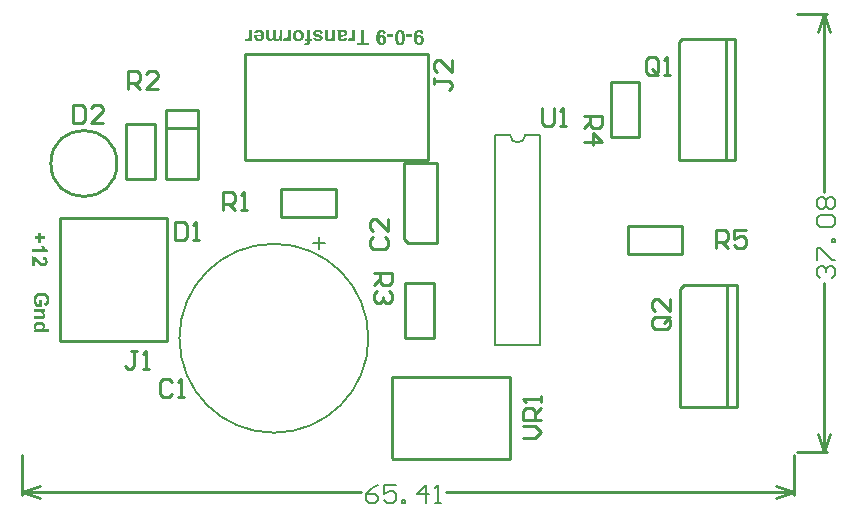
<source format=gto>
G04*
G04 #@! TF.GenerationSoftware,Altium Limited,Altium Designer,20.0.2 (26)*
G04*
G04 Layer_Color=65535*
%FSLAX44Y44*%
%MOMM*%
G71*
G01*
G75*
%ADD10C,0.2000*%
%ADD11C,0.2540*%
%ADD12C,0.1524*%
G36*
X526826Y611085D02*
X526943D01*
X527099Y611065D01*
X527411Y611007D01*
X527782Y610909D01*
X528153Y610792D01*
X528523Y610597D01*
X528855Y610343D01*
X528894Y610304D01*
X528991Y610207D01*
X529108Y610031D01*
X529264Y609797D01*
X529421Y609505D01*
X529538Y609173D01*
X529635Y608783D01*
X529674Y608354D01*
Y608315D01*
Y608217D01*
X529655Y608080D01*
X529635Y607885D01*
X529577Y607671D01*
X529518Y607437D01*
X529421Y607203D01*
X529304Y606969D01*
X529284Y606949D01*
X529226Y606871D01*
X529147Y606754D01*
X529030Y606617D01*
X528894Y606461D01*
X528718Y606305D01*
X528504Y606149D01*
X528270Y606013D01*
X528231Y605993D01*
X528133Y605954D01*
X527977Y605896D01*
X527762Y605818D01*
X527489Y605720D01*
X527158Y605623D01*
X526768Y605525D01*
X526319Y605428D01*
X526299D01*
X526241Y605408D01*
X526163Y605388D01*
X526046Y605369D01*
X525890Y605350D01*
X525734Y605310D01*
X525363Y605232D01*
X524973Y605135D01*
X524583Y605037D01*
X524212Y604940D01*
X524056Y604881D01*
X523919Y604823D01*
Y604589D01*
Y604550D01*
Y604472D01*
X523939Y604355D01*
X523959Y604198D01*
X523997Y604023D01*
X524076Y603867D01*
X524154Y603711D01*
X524271Y603574D01*
X524290Y603555D01*
X524349Y603516D01*
X524427Y603477D01*
X524563Y603418D01*
X524739Y603360D01*
X524973Y603301D01*
X525266Y603282D01*
X525597Y603262D01*
X525714D01*
X525831Y603282D01*
X525968Y603301D01*
X526319Y603379D01*
X526475Y603438D01*
X526631Y603535D01*
X526651Y603555D01*
X526689Y603594D01*
X526768Y603652D01*
X526846Y603750D01*
X526943Y603867D01*
X527041Y604023D01*
X527138Y604218D01*
X527216Y604433D01*
X529421Y604023D01*
Y604003D01*
X529401Y603965D01*
X529381Y603886D01*
X529342Y603808D01*
X529245Y603574D01*
X529128Y603282D01*
X528952Y602950D01*
X528718Y602638D01*
X528445Y602326D01*
X528133Y602053D01*
X528114D01*
X528094Y602033D01*
X528036Y601994D01*
X527957Y601955D01*
X527860Y601897D01*
X527743Y601838D01*
X527606Y601780D01*
X527450Y601721D01*
X527275Y601663D01*
X527060Y601604D01*
X526846Y601546D01*
X526592Y601487D01*
X526338Y601448D01*
X526046Y601409D01*
X525753Y601390D01*
X525149D01*
X525012Y601409D01*
X524856D01*
X524485Y601428D01*
X524095Y601487D01*
X523685Y601546D01*
X523295Y601643D01*
X523120Y601702D01*
X522964Y601780D01*
X522925Y601799D01*
X522827Y601858D01*
X522691Y601936D01*
X522515Y602053D01*
X522339Y602189D01*
X522144Y602365D01*
X521969Y602560D01*
X521832Y602775D01*
X521813Y602794D01*
X521774Y602892D01*
X521735Y603048D01*
X521657Y603282D01*
X521637Y603418D01*
X521598Y603574D01*
X521579Y603750D01*
X521559Y603965D01*
X521540Y604179D01*
X521520Y604433D01*
X521501Y604686D01*
Y604979D01*
X521540Y607827D01*
Y607846D01*
Y607885D01*
Y607944D01*
Y608022D01*
Y608237D01*
X521520Y608510D01*
Y608802D01*
X521481Y609114D01*
X521462Y609388D01*
X521423Y609641D01*
Y609661D01*
X521403Y609739D01*
X521364Y609856D01*
X521325Y610012D01*
X521267Y610187D01*
X521189Y610402D01*
X521091Y610616D01*
X520974Y610870D01*
X523393D01*
Y610850D01*
X523412Y610831D01*
X523432Y610773D01*
X523451Y610694D01*
X523490Y610597D01*
X523549Y610480D01*
X523588Y610324D01*
X523646Y610168D01*
Y610148D01*
Y610129D01*
X523685Y610051D01*
X523705Y609953D01*
X523724Y609875D01*
X523744Y609895D01*
X523842Y609973D01*
X523959Y610090D01*
X524134Y610226D01*
X524329Y610382D01*
X524563Y610538D01*
X524797Y610675D01*
X525070Y610812D01*
X525109Y610831D01*
X525187Y610850D01*
X525344Y610909D01*
X525539Y610948D01*
X525753Y611007D01*
X526007Y611065D01*
X526299Y611085D01*
X526592Y611104D01*
X526729D01*
X526826Y611085D01*
D02*
G37*
G36*
X504900D02*
X505056D01*
X505251Y611065D01*
X505446Y611046D01*
X505680Y611007D01*
X506148Y610909D01*
X506656Y610792D01*
X507143Y610597D01*
X507592Y610343D01*
X507612D01*
X507631Y610304D01*
X507690Y610265D01*
X507767Y610207D01*
X507963Y610031D01*
X508177Y609797D01*
X508411Y609505D01*
X508645Y609134D01*
X508860Y608724D01*
X509016Y608256D01*
X506558Y607885D01*
Y607924D01*
X506519Y608002D01*
X506480Y608139D01*
X506422Y608295D01*
X506343Y608471D01*
X506227Y608646D01*
X506090Y608822D01*
X505934Y608978D01*
X505914Y608997D01*
X505836Y609036D01*
X505739Y609095D01*
X505583Y609153D01*
X505388Y609212D01*
X505154Y609270D01*
X504900Y609309D01*
X504588Y609329D01*
X504432D01*
X504256Y609309D01*
X504061Y609290D01*
X503827Y609251D01*
X503593Y609192D01*
X503359Y609114D01*
X503164Y608997D01*
X503144Y608978D01*
X503105Y608958D01*
X503066Y608900D01*
X502988Y608822D01*
X502891Y608607D01*
X502852Y608471D01*
X502832Y608334D01*
Y608315D01*
Y608275D01*
X502852Y608158D01*
X502910Y608022D01*
X503008Y607866D01*
X503047Y607827D01*
X503105Y607807D01*
X503183Y607749D01*
X503300Y607710D01*
X503437Y607651D01*
X503632Y607593D01*
X503847Y607534D01*
X503886D01*
X503983Y607495D01*
X504120Y607476D01*
X504315Y607417D01*
X504549Y607359D01*
X504822Y607300D01*
X505115Y607222D01*
X505427Y607144D01*
X506070Y606969D01*
X506382Y606871D01*
X506695Y606754D01*
X506968Y606656D01*
X507221Y606559D01*
X507436Y606442D01*
X507612Y606344D01*
X507631D01*
X507650Y606305D01*
X507787Y606208D01*
X507963Y606032D01*
X508158Y605798D01*
X508353Y605505D01*
X508528Y605135D01*
X508665Y604725D01*
X508684Y604491D01*
X508704Y604257D01*
Y604238D01*
Y604198D01*
Y604140D01*
X508684Y604062D01*
X508645Y603828D01*
X508587Y603555D01*
X508470Y603223D01*
X508314Y602892D01*
X508080Y602540D01*
X507924Y602384D01*
X507767Y602228D01*
X507748Y602209D01*
X507729Y602189D01*
X507670Y602150D01*
X507592Y602092D01*
X507475Y602033D01*
X507358Y601955D01*
X507202Y601877D01*
X507046Y601799D01*
X506851Y601721D01*
X506617Y601663D01*
X506382Y601585D01*
X506109Y601526D01*
X505817Y601468D01*
X505505Y601428D01*
X505173Y601390D01*
X504490D01*
X504334Y601409D01*
X504139Y601428D01*
X503730Y601468D01*
X503281Y601546D01*
X502793Y601643D01*
X502364Y601799D01*
X502150Y601897D01*
X501974Y602014D01*
X501954D01*
X501935Y602033D01*
X501818Y602131D01*
X501662Y602267D01*
X501467Y602482D01*
X501252Y602735D01*
X501038Y603048D01*
X500843Y603399D01*
X500686Y603828D01*
X503008Y604257D01*
Y604238D01*
X503047Y604179D01*
X503086Y604081D01*
X503144Y603965D01*
X503222Y603828D01*
X503320Y603691D01*
X503437Y603555D01*
X503593Y603438D01*
X503613Y603418D01*
X503671Y603399D01*
X503769Y603340D01*
X503886Y603282D01*
X504061Y603243D01*
X504256Y603184D01*
X504490Y603165D01*
X504763Y603145D01*
X504920D01*
X505095Y603165D01*
X505310Y603184D01*
X505758Y603262D01*
X505973Y603321D01*
X506148Y603418D01*
X506168D01*
X506188Y603457D01*
X506285Y603555D01*
X506382Y603711D01*
X506402Y603808D01*
X506422Y603925D01*
Y603945D01*
Y603965D01*
X506382Y604081D01*
X506324Y604238D01*
X506265Y604296D01*
X506188Y604374D01*
X506168Y604394D01*
X506109Y604413D01*
X505973Y604472D01*
X505895Y604511D01*
X505778Y604550D01*
X505641Y604608D01*
X505485Y604647D01*
X505290Y604706D01*
X505075Y604784D01*
X504841Y604842D01*
X504568Y604920D01*
X504256Y604998D01*
X503905Y605076D01*
X503886D01*
X503827Y605096D01*
X503710Y605115D01*
X503593Y605154D01*
X503417Y605193D01*
X503242Y605252D01*
X502813Y605369D01*
X502364Y605525D01*
X501915Y605720D01*
X501506Y605935D01*
X501311Y606052D01*
X501155Y606169D01*
X501116Y606208D01*
X501038Y606286D01*
X500901Y606442D01*
X500765Y606637D01*
X500628Y606890D01*
X500491Y607222D01*
X500413Y607573D01*
X500374Y608002D01*
Y608022D01*
Y608061D01*
Y608120D01*
X500394Y608217D01*
X500413Y608315D01*
X500433Y608451D01*
X500511Y608744D01*
X500628Y609095D01*
X500823Y609465D01*
X500940Y609641D01*
X501096Y609836D01*
X501252Y610012D01*
X501447Y610187D01*
X501467D01*
X501486Y610226D01*
X501564Y610265D01*
X501642Y610324D01*
X501759Y610402D01*
X501896Y610480D01*
X502052Y610558D01*
X502228Y610636D01*
X502442Y610733D01*
X502676Y610812D01*
X502930Y610890D01*
X503222Y610967D01*
X503515Y611026D01*
X503847Y611065D01*
X504217Y611085D01*
X504588Y611104D01*
X504763D01*
X504900Y611085D01*
D02*
G37*
G36*
X590751D02*
X590868D01*
X591024Y611065D01*
X591356Y611007D01*
X591746Y610909D01*
X592156Y610773D01*
X592565Y610577D01*
X592936Y610304D01*
Y610285D01*
X592975Y610265D01*
X593092Y610148D01*
X593248Y609973D01*
X593424Y609700D01*
X593619Y609368D01*
X593814Y608958D01*
X593989Y608471D01*
X594106Y607924D01*
X591726Y607651D01*
Y607690D01*
X591707Y607768D01*
X591688Y607905D01*
X591648Y608061D01*
X591590Y608237D01*
X591512Y608432D01*
X591414Y608588D01*
X591297Y608744D01*
X591278Y608763D01*
X591239Y608802D01*
X591141Y608841D01*
X591044Y608900D01*
X590888Y608978D01*
X590732Y609017D01*
X590537Y609056D01*
X590322Y609075D01*
X590283D01*
X590186Y609056D01*
X590049Y609036D01*
X589873Y608997D01*
X589678Y608900D01*
X589464Y608783D01*
X589249Y608627D01*
X589035Y608393D01*
X589015Y608354D01*
X588976Y608315D01*
X588956Y608256D01*
X588898Y608158D01*
X588859Y608061D01*
X588800Y607924D01*
X588742Y607768D01*
X588703Y607573D01*
X588644Y607378D01*
X588586Y607144D01*
X588527Y606871D01*
X588469Y606578D01*
X588430Y606247D01*
X588391Y605876D01*
X588352Y605486D01*
X588371Y605505D01*
X588391Y605525D01*
X588449Y605583D01*
X588527Y605662D01*
X588722Y605818D01*
X588996Y606013D01*
X589327Y606227D01*
X589717Y606383D01*
X590166Y606520D01*
X590420Y606539D01*
X590673Y606559D01*
X590810D01*
X590927Y606539D01*
X591063Y606520D01*
X591200Y606500D01*
X591551Y606422D01*
X591961Y606286D01*
X592175Y606188D01*
X592409Y606071D01*
X592624Y605935D01*
X592838Y605779D01*
X593053Y605603D01*
X593268Y605408D01*
X593287Y605388D01*
X593307Y605350D01*
X593365Y605291D01*
X593443Y605193D01*
X593521Y605076D01*
X593619Y604940D01*
X593716Y604784D01*
X593814Y604589D01*
X593911Y604374D01*
X594009Y604160D01*
X594106Y603906D01*
X594184Y603633D01*
X594321Y603028D01*
X594341Y602716D01*
X594360Y602365D01*
Y602345D01*
Y602287D01*
Y602170D01*
X594341Y602033D01*
X594321Y601877D01*
X594301Y601682D01*
X594263Y601468D01*
X594223Y601233D01*
X594087Y600746D01*
X593989Y600473D01*
X593872Y600219D01*
X593736Y599946D01*
X593580Y599692D01*
X593404Y599458D01*
X593209Y599224D01*
X593190Y599205D01*
X593151Y599166D01*
X593092Y599107D01*
X592994Y599029D01*
X592878Y598951D01*
X592741Y598834D01*
X592585Y598736D01*
X592409Y598619D01*
X592214Y598502D01*
X591980Y598405D01*
X591746Y598288D01*
X591473Y598210D01*
X591200Y598132D01*
X590907Y598073D01*
X590595Y598034D01*
X590263Y598015D01*
X590068D01*
X589932Y598034D01*
X589776Y598054D01*
X589581Y598093D01*
X589366Y598151D01*
X589132Y598210D01*
X588879Y598288D01*
X588625Y598385D01*
X588352Y598502D01*
X588098Y598658D01*
X587825Y598834D01*
X587552Y599029D01*
X587298Y599263D01*
X587064Y599536D01*
X587045Y599556D01*
X587006Y599614D01*
X586947Y599692D01*
X586869Y599829D01*
X586772Y599985D01*
X586674Y600200D01*
X586557Y600434D01*
X586440Y600726D01*
X586323Y601038D01*
X586206Y601409D01*
X586109Y601819D01*
X586011Y602267D01*
X585933Y602755D01*
X585874Y603282D01*
X585835Y603867D01*
X585816Y604491D01*
Y604530D01*
Y604647D01*
Y604823D01*
X585835Y605057D01*
X585855Y605350D01*
X585894Y605681D01*
X585933Y606052D01*
X585972Y606442D01*
X586128Y607281D01*
X586245Y607690D01*
X586362Y608120D01*
X586518Y608510D01*
X586694Y608900D01*
X586889Y609251D01*
X587123Y609563D01*
X587142Y609582D01*
X587181Y609622D01*
X587259Y609700D01*
X587357Y609797D01*
X587494Y609914D01*
X587649Y610051D01*
X587825Y610187D01*
X588040Y610324D01*
X588274Y610480D01*
X588527Y610616D01*
X588800Y610753D01*
X589093Y610870D01*
X589425Y610967D01*
X589756Y611046D01*
X590127Y611085D01*
X590498Y611104D01*
X590634D01*
X590751Y611085D01*
D02*
G37*
G36*
X558954D02*
X559072D01*
X559227Y611065D01*
X559559Y611007D01*
X559949Y610909D01*
X560359Y610773D01*
X560769Y610577D01*
X561139Y610304D01*
Y610285D01*
X561178Y610265D01*
X561295Y610148D01*
X561451Y609973D01*
X561627Y609700D01*
X561822Y609368D01*
X562017Y608958D01*
X562193Y608471D01*
X562310Y607924D01*
X559930Y607651D01*
Y607690D01*
X559910Y607768D01*
X559891Y607905D01*
X559852Y608061D01*
X559793Y608237D01*
X559715Y608432D01*
X559618Y608588D01*
X559501Y608744D01*
X559481Y608763D01*
X559442Y608802D01*
X559345Y608841D01*
X559247Y608900D01*
X559091Y608978D01*
X558935Y609017D01*
X558740Y609056D01*
X558525Y609075D01*
X558486D01*
X558389Y609056D01*
X558252Y609036D01*
X558077Y608997D01*
X557882Y608900D01*
X557667Y608783D01*
X557452Y608627D01*
X557238Y608393D01*
X557218Y608354D01*
X557179Y608315D01*
X557160Y608256D01*
X557101Y608158D01*
X557062Y608061D01*
X557004Y607924D01*
X556945Y607768D01*
X556906Y607573D01*
X556848Y607378D01*
X556789Y607144D01*
X556731Y606871D01*
X556672Y606578D01*
X556633Y606247D01*
X556594Y605876D01*
X556555Y605486D01*
X556575Y605505D01*
X556594Y605525D01*
X556653Y605583D01*
X556731Y605662D01*
X556926Y605818D01*
X557199Y606013D01*
X557530Y606227D01*
X557921Y606383D01*
X558369Y606520D01*
X558623Y606539D01*
X558876Y606559D01*
X559013D01*
X559130Y606539D01*
X559267Y606520D01*
X559403Y606500D01*
X559754Y606422D01*
X560164Y606286D01*
X560378Y606188D01*
X560612Y606071D01*
X560827Y605935D01*
X561042Y605779D01*
X561256Y605603D01*
X561471Y605408D01*
X561490Y605388D01*
X561510Y605350D01*
X561568Y605291D01*
X561646Y605193D01*
X561725Y605076D01*
X561822Y604940D01*
X561920Y604784D01*
X562017Y604589D01*
X562115Y604374D01*
X562212Y604160D01*
X562310Y603906D01*
X562388Y603633D01*
X562524Y603028D01*
X562544Y602716D01*
X562563Y602365D01*
Y602345D01*
Y602287D01*
Y602170D01*
X562544Y602033D01*
X562524Y601877D01*
X562505Y601682D01*
X562466Y601468D01*
X562427Y601233D01*
X562290Y600746D01*
X562193Y600473D01*
X562076Y600219D01*
X561939Y599946D01*
X561783Y599692D01*
X561607Y599458D01*
X561412Y599224D01*
X561393Y599205D01*
X561354Y599166D01*
X561295Y599107D01*
X561198Y599029D01*
X561081Y598951D01*
X560944Y598834D01*
X560788Y598736D01*
X560612Y598619D01*
X560418Y598502D01*
X560183Y598405D01*
X559949Y598288D01*
X559676Y598210D01*
X559403Y598132D01*
X559110Y598073D01*
X558798Y598034D01*
X558467Y598015D01*
X558272D01*
X558135Y598034D01*
X557979Y598054D01*
X557784Y598093D01*
X557569Y598151D01*
X557335Y598210D01*
X557082Y598288D01*
X556828Y598385D01*
X556555Y598502D01*
X556301Y598658D01*
X556028Y598834D01*
X555755Y599029D01*
X555502Y599263D01*
X555268Y599536D01*
X555248Y599556D01*
X555209Y599614D01*
X555150Y599692D01*
X555073Y599829D01*
X554975Y599985D01*
X554877Y600200D01*
X554760Y600434D01*
X554643Y600726D01*
X554526Y601038D01*
X554409Y601409D01*
X554312Y601819D01*
X554214Y602267D01*
X554136Y602755D01*
X554078Y603282D01*
X554039Y603867D01*
X554019Y604491D01*
Y604530D01*
Y604647D01*
Y604823D01*
X554039Y605057D01*
X554058Y605350D01*
X554097Y605681D01*
X554136Y606052D01*
X554175Y606442D01*
X554331Y607281D01*
X554448Y607690D01*
X554565Y608120D01*
X554721Y608510D01*
X554897Y608900D01*
X555092Y609251D01*
X555326Y609563D01*
X555346Y609582D01*
X555385Y609622D01*
X555463Y609700D01*
X555560Y609797D01*
X555697Y609914D01*
X555853Y610051D01*
X556028Y610187D01*
X556243Y610324D01*
X556477Y610480D01*
X556731Y610616D01*
X557004Y610753D01*
X557296Y610870D01*
X557628Y610967D01*
X557960Y611046D01*
X558330Y611085D01*
X558701Y611104D01*
X558837D01*
X558954Y611085D01*
D02*
G37*
G36*
X583982Y604998D02*
X579164D01*
Y607456D01*
X583982D01*
Y604998D01*
D02*
G37*
G36*
X568084D02*
X563265D01*
Y607456D01*
X568084D01*
Y604998D01*
D02*
G37*
G36*
X536111Y601585D02*
X533829D01*
Y602892D01*
X533810Y602872D01*
X533732Y602755D01*
X533615Y602599D01*
X533478Y602404D01*
X533322Y602189D01*
X533146Y601994D01*
X532951Y601819D01*
X532776Y601682D01*
X532756Y601663D01*
X532698Y601643D01*
X532600Y601585D01*
X532464Y601526D01*
X532308Y601487D01*
X532132Y601428D01*
X531937Y601409D01*
X531722Y601390D01*
X531586D01*
X531410Y601409D01*
X531196Y601448D01*
X530962Y601507D01*
X530669Y601585D01*
X530376Y601702D01*
X530084Y601858D01*
X530845Y604003D01*
X530864Y603984D01*
X530942Y603945D01*
X531079Y603867D01*
X531215Y603789D01*
X531410Y603730D01*
X531605Y603652D01*
X531800Y603613D01*
X532015Y603594D01*
X532093D01*
X532191Y603613D01*
X532308Y603633D01*
X532444Y603672D01*
X532600Y603711D01*
X532756Y603789D01*
X532893Y603886D01*
X532912Y603906D01*
X532951Y603945D01*
X533010Y604023D01*
X533088Y604120D01*
X533185Y604257D01*
X533283Y604452D01*
X533381Y604667D01*
X533459Y604920D01*
Y604959D01*
X533478Y604998D01*
X533498Y605076D01*
Y605154D01*
X533517Y605271D01*
X533537Y605428D01*
X533556Y605583D01*
X533576Y605779D01*
X533595Y605993D01*
X533615Y606247D01*
Y606539D01*
X533634Y606852D01*
X533654Y607203D01*
Y607593D01*
Y608022D01*
Y610870D01*
X536111D01*
Y601585D01*
D02*
G37*
G36*
X481452D02*
X479170D01*
Y602892D01*
X479151Y602872D01*
X479072Y602755D01*
X478955Y602599D01*
X478819Y602404D01*
X478663Y602189D01*
X478487Y601994D01*
X478292Y601819D01*
X478117Y601682D01*
X478097Y601663D01*
X478039Y601643D01*
X477941Y601585D01*
X477804Y601526D01*
X477648Y601487D01*
X477473Y601428D01*
X477278Y601409D01*
X477063Y601390D01*
X476927D01*
X476751Y601409D01*
X476536Y601448D01*
X476302Y601507D01*
X476010Y601585D01*
X475717Y601702D01*
X475425Y601858D01*
X476185Y604003D01*
X476205Y603984D01*
X476283Y603945D01*
X476419Y603867D01*
X476556Y603789D01*
X476751Y603730D01*
X476946Y603652D01*
X477141Y603613D01*
X477356Y603594D01*
X477434D01*
X477531Y603613D01*
X477648Y603633D01*
X477785Y603672D01*
X477941Y603711D01*
X478097Y603789D01*
X478234Y603886D01*
X478253Y603906D01*
X478292Y603945D01*
X478351Y604023D01*
X478429Y604120D01*
X478526Y604257D01*
X478624Y604452D01*
X478721Y604667D01*
X478799Y604920D01*
Y604959D01*
X478819Y604998D01*
X478838Y605076D01*
Y605154D01*
X478858Y605271D01*
X478877Y605428D01*
X478897Y605583D01*
X478916Y605779D01*
X478936Y605993D01*
X478955Y606247D01*
Y606539D01*
X478975Y606852D01*
X478994Y607203D01*
Y607593D01*
Y608022D01*
Y610870D01*
X481452D01*
Y601585D01*
D02*
G37*
G36*
X448641Y601585D02*
X446359D01*
Y602892D01*
X446339Y602872D01*
X446261Y602755D01*
X446144Y602599D01*
X446008Y602404D01*
X445852Y602189D01*
X445676Y601994D01*
X445481Y601819D01*
X445305Y601682D01*
X445286Y601663D01*
X445228Y601643D01*
X445130Y601585D01*
X444993Y601526D01*
X444837Y601487D01*
X444662Y601428D01*
X444467Y601409D01*
X444252Y601390D01*
X444115D01*
X443940Y601409D01*
X443725Y601448D01*
X443491Y601507D01*
X443199Y601585D01*
X442906Y601702D01*
X442613Y601858D01*
X443374Y604003D01*
X443394Y603984D01*
X443472Y603945D01*
X443608Y603867D01*
X443745Y603789D01*
X443940Y603730D01*
X444135Y603652D01*
X444330Y603613D01*
X444545Y603594D01*
X444623D01*
X444720Y603613D01*
X444837Y603633D01*
X444974Y603672D01*
X445130Y603711D01*
X445286Y603789D01*
X445423Y603886D01*
X445442Y603906D01*
X445481Y603945D01*
X445540Y604023D01*
X445618Y604120D01*
X445715Y604257D01*
X445813Y604452D01*
X445910Y604667D01*
X445988Y604920D01*
Y604959D01*
X446008Y604998D01*
X446027Y605076D01*
Y605154D01*
X446047Y605271D01*
X446066Y605428D01*
X446086Y605583D01*
X446105Y605779D01*
X446125Y605993D01*
X446144Y606247D01*
Y606539D01*
X446164Y606852D01*
X446183Y607203D01*
Y607593D01*
Y608022D01*
Y610870D01*
X448641D01*
Y601585D01*
D02*
G37*
G36*
X519121Y601585D02*
X516838D01*
Y602950D01*
X516819Y602931D01*
X516780Y602892D01*
X516721Y602813D01*
X516624Y602696D01*
X516507Y602579D01*
X516351Y602462D01*
X516195Y602306D01*
X516000Y602170D01*
X515785Y602033D01*
X515570Y601877D01*
X515317Y601760D01*
X515044Y601624D01*
X514751Y601526D01*
X514459Y601448D01*
X514127Y601409D01*
X513795Y601390D01*
X513659D01*
X513503Y601409D01*
X513308Y601428D01*
X513074Y601468D01*
X512820Y601507D01*
X512566Y601585D01*
X512313Y601682D01*
X512274Y601702D01*
X512196Y601741D01*
X512079Y601799D01*
X511942Y601877D01*
X511767Y601994D01*
X511610Y602131D01*
X511435Y602267D01*
X511298Y602443D01*
X511279Y602462D01*
X511240Y602521D01*
X511181Y602618D01*
X511103Y602735D01*
X511025Y602892D01*
X510947Y603067D01*
X510869Y603262D01*
X510811Y603477D01*
Y603496D01*
X510791Y603574D01*
X510772Y603711D01*
X510733Y603886D01*
X510713Y604120D01*
X510694Y604413D01*
X510674Y604745D01*
Y605115D01*
Y610870D01*
X513132D01*
Y606149D01*
Y606130D01*
Y606091D01*
Y606013D01*
Y605915D01*
Y605779D01*
Y605642D01*
X513152Y605350D01*
X513171Y605018D01*
X513210Y604706D01*
X513249Y604433D01*
X513269Y604316D01*
X513308Y604218D01*
Y604198D01*
X513327Y604140D01*
X513366Y604062D01*
X513425Y603965D01*
X513581Y603730D01*
X513815Y603516D01*
X513834Y603496D01*
X513873Y603477D01*
X513951Y603438D01*
X514049Y603379D01*
X514166Y603340D01*
X514322Y603301D01*
X514478Y603282D01*
X514654Y603262D01*
X514771D01*
X514888Y603282D01*
X515044Y603301D01*
X515219Y603340D01*
X515414Y603418D01*
X515609Y603496D01*
X515804Y603613D01*
X515824Y603633D01*
X515882Y603672D01*
X515961Y603750D01*
X516078Y603867D01*
X516175Y604003D01*
X516292Y604160D01*
X516409Y604335D01*
X516487Y604550D01*
Y604569D01*
X516507Y604667D01*
X516546Y604803D01*
X516565Y605018D01*
X516585Y605154D01*
X516604Y605310D01*
X516624Y605486D01*
X516643Y605681D01*
Y605896D01*
X516663Y606130D01*
Y606403D01*
Y606676D01*
Y610870D01*
X519121D01*
Y601585D01*
D02*
G37*
G36*
X474566D02*
X472303D01*
Y602853D01*
X472284Y602833D01*
X472245Y602794D01*
X472186Y602716D01*
X472089Y602618D01*
X471972Y602521D01*
X471835Y602384D01*
X471679Y602248D01*
X471484Y602111D01*
X471289Y601975D01*
X471074Y601858D01*
X470567Y601624D01*
X470314Y601526D01*
X470021Y601448D01*
X469729Y601409D01*
X469416Y601390D01*
X469260D01*
X469104Y601409D01*
X468890Y601428D01*
X468636Y601487D01*
X468382Y601546D01*
X468129Y601643D01*
X467875Y601760D01*
X467836Y601780D01*
X467758Y601838D01*
X467641Y601916D01*
X467485Y602033D01*
X467310Y602189D01*
X467134Y602384D01*
X466959Y602618D01*
X466783Y602872D01*
X466763Y602833D01*
X466685Y602755D01*
X466549Y602618D01*
X466393Y602462D01*
X466198Y602267D01*
X465983Y602092D01*
X465729Y601916D01*
X465476Y601760D01*
X465437Y601741D01*
X465359Y601702D01*
X465203Y601643D01*
X465008Y601565D01*
X464793Y601507D01*
X464520Y601448D01*
X464247Y601409D01*
X463954Y601390D01*
X463779D01*
X463603Y601409D01*
X463350Y601448D01*
X463096Y601487D01*
X462803Y601565D01*
X462511Y601682D01*
X462238Y601819D01*
X462199Y601838D01*
X462121Y601897D01*
X461984Y601994D01*
X461828Y602131D01*
X461652Y602287D01*
X461477Y602501D01*
X461301Y602755D01*
X461165Y603028D01*
X461145Y603048D01*
X461126Y603145D01*
X461087Y603282D01*
X461028Y603496D01*
X460989Y603769D01*
X460950Y604101D01*
X460931Y604491D01*
X460911Y604959D01*
Y610870D01*
X463369D01*
Y605583D01*
Y605564D01*
Y605525D01*
Y605447D01*
Y605369D01*
X463389Y605115D01*
X463408Y604842D01*
X463428Y604530D01*
X463467Y604238D01*
X463545Y603984D01*
X463584Y603867D01*
X463623Y603789D01*
X463642Y603769D01*
X463681Y603711D01*
X463779Y603613D01*
X463876Y603516D01*
X464032Y603438D01*
X464208Y603340D01*
X464422Y603282D01*
X464676Y603262D01*
X464754D01*
X464852Y603282D01*
X464988Y603301D01*
X465144Y603340D01*
X465300Y603399D01*
X465476Y603477D01*
X465652Y603594D01*
X465671Y603613D01*
X465729Y603652D01*
X465808Y603730D01*
X465905Y603828D01*
X466003Y603945D01*
X466120Y604120D01*
X466217Y604296D01*
X466295Y604511D01*
Y604530D01*
X466334Y604628D01*
X466354Y604764D01*
X466393Y604979D01*
X466432Y605252D01*
X466451Y605564D01*
X466490Y605974D01*
Y606422D01*
Y610870D01*
X468948D01*
Y605798D01*
Y605779D01*
Y605740D01*
Y605662D01*
Y605583D01*
Y605350D01*
X468968Y605057D01*
X468987Y604764D01*
X469007Y604472D01*
X469046Y604238D01*
X469065Y604120D01*
X469085Y604043D01*
Y604023D01*
X469104Y603984D01*
X469143Y603906D01*
X469182Y603828D01*
X469319Y603633D01*
X469494Y603457D01*
X469514D01*
X469553Y603418D01*
X469612Y603399D01*
X469689Y603360D01*
X469787Y603321D01*
X469924Y603301D01*
X470060Y603262D01*
X470333D01*
X470450Y603282D01*
X470587Y603301D01*
X470743Y603340D01*
X470918Y603399D01*
X471094Y603477D01*
X471270Y603574D01*
X471289Y603594D01*
X471348Y603633D01*
X471426Y603711D01*
X471523Y603808D01*
X471621Y603925D01*
X471738Y604081D01*
X471835Y604257D01*
X471913Y604472D01*
Y604491D01*
X471952Y604589D01*
X471972Y604725D01*
X472011Y604920D01*
X472050Y605174D01*
X472069Y605505D01*
X472108Y605896D01*
Y606364D01*
Y610870D01*
X474566D01*
Y601585D01*
D02*
G37*
G36*
X488397Y611085D02*
X488533Y611065D01*
X488846Y611026D01*
X489216Y610967D01*
X489626Y610870D01*
X490055Y610733D01*
X490484Y610538D01*
X490504D01*
X490543Y610519D01*
X490601Y610480D01*
X490679Y610421D01*
X490874Y610285D01*
X491128Y610109D01*
X491421Y609875D01*
X491713Y609582D01*
X491986Y609231D01*
X492240Y608841D01*
Y608822D01*
X492259Y608783D01*
X492298Y608724D01*
X492337Y608646D01*
X492376Y608529D01*
X492415Y608412D01*
X492474Y608256D01*
X492532Y608080D01*
X492630Y607690D01*
X492728Y607222D01*
X492805Y606696D01*
X492825Y606130D01*
Y606110D01*
Y606071D01*
Y606013D01*
X492805Y605915D01*
Y605818D01*
X492786Y605681D01*
X492747Y605369D01*
X492688Y604998D01*
X492571Y604608D01*
X492435Y604179D01*
X492240Y603750D01*
Y603730D01*
X492220Y603691D01*
X492181Y603633D01*
X492123Y603555D01*
X491986Y603360D01*
X491791Y603106D01*
X491557Y602813D01*
X491264Y602521D01*
X490933Y602248D01*
X490543Y601994D01*
X490523D01*
X490484Y601975D01*
X490426Y601936D01*
X490348Y601897D01*
X490250Y601858D01*
X490113Y601799D01*
X489821Y601682D01*
X489450Y601585D01*
X489021Y601487D01*
X488573Y601409D01*
X488065Y601390D01*
X487870D01*
X487714Y601409D01*
X487539Y601428D01*
X487324Y601468D01*
X487109Y601507D01*
X486856Y601565D01*
X486583Y601643D01*
X486310Y601721D01*
X486017Y601838D01*
X485744Y601975D01*
X485451Y602131D01*
X485159Y602326D01*
X484886Y602521D01*
X484632Y602775D01*
X484613Y602794D01*
X484574Y602833D01*
X484515Y602911D01*
X484417Y603028D01*
X484320Y603145D01*
X484203Y603321D01*
X484086Y603496D01*
X483949Y603711D01*
X483832Y603965D01*
X483715Y604218D01*
X483598Y604511D01*
X483501Y604803D01*
X483403Y605135D01*
X483344Y605486D01*
X483306Y605837D01*
X483286Y606227D01*
Y606247D01*
Y606325D01*
Y606422D01*
X483306Y606578D01*
X483325Y606754D01*
X483364Y606969D01*
X483403Y607203D01*
X483462Y607456D01*
X483520Y607729D01*
X483618Y608002D01*
X483735Y608295D01*
X483852Y608588D01*
X484027Y608880D01*
X484203Y609173D01*
X484417Y609446D01*
X484651Y609719D01*
X484671Y609739D01*
X484710Y609778D01*
X484788Y609856D01*
X484886Y609934D01*
X485022Y610031D01*
X485178Y610148D01*
X485373Y610285D01*
X485588Y610402D01*
X485822Y610538D01*
X486076Y610675D01*
X486349Y610792D01*
X486661Y610890D01*
X486973Y610967D01*
X487324Y611046D01*
X487695Y611085D01*
X488065Y611104D01*
X488280D01*
X488397Y611085D01*
D02*
G37*
G36*
X454942D02*
X455098D01*
X455313Y611046D01*
X455527Y611026D01*
X455781Y610967D01*
X456054Y610909D01*
X456347Y610831D01*
X456639Y610714D01*
X456951Y610597D01*
X457244Y610441D01*
X457537Y610265D01*
X457810Y610051D01*
X458063Y609797D01*
X458297Y609524D01*
Y609505D01*
X458336Y609465D01*
X458375Y609388D01*
X458434Y609290D01*
X458512Y609173D01*
X458590Y609017D01*
X458668Y608841D01*
X458746Y608646D01*
X458824Y608432D01*
X458902Y608178D01*
X458980Y607924D01*
X459058Y607632D01*
X459156Y607008D01*
X459175Y606676D01*
X459195Y606325D01*
Y606305D01*
Y606227D01*
Y606110D01*
X459175Y605935D01*
X459156Y605759D01*
X459136Y605525D01*
X459097Y605271D01*
X459039Y605018D01*
X458902Y604433D01*
X458805Y604140D01*
X458687Y603828D01*
X458551Y603535D01*
X458395Y603243D01*
X458219Y602970D01*
X458005Y602716D01*
X457985Y602696D01*
X457946Y602658D01*
X457888Y602599D01*
X457790Y602501D01*
X457673Y602404D01*
X457517Y602287D01*
X457361Y602170D01*
X457166Y602053D01*
X456951Y601936D01*
X456737Y601799D01*
X456483Y601702D01*
X456210Y601604D01*
X455917Y601507D01*
X455625Y601448D01*
X455293Y601409D01*
X454962Y601390D01*
X454767D01*
X454610Y601409D01*
X454435Y601428D01*
X454240Y601468D01*
X454006Y601507D01*
X453772Y601565D01*
X453518Y601643D01*
X453245Y601721D01*
X452972Y601838D01*
X452699Y601975D01*
X452426Y602131D01*
X452172Y602326D01*
X451918Y602521D01*
X451684Y602775D01*
X451665Y602794D01*
X451626Y602833D01*
X451567Y602911D01*
X451489Y603028D01*
X451411Y603184D01*
X451314Y603360D01*
X451197Y603555D01*
X451099Y603808D01*
X450982Y604081D01*
X450885Y604394D01*
X450787Y604745D01*
X450690Y605115D01*
X450631Y605525D01*
X450572Y605954D01*
X450533Y606442D01*
Y606949D01*
X456678D01*
Y606969D01*
Y606988D01*
Y607047D01*
X456659Y607125D01*
X456639Y607339D01*
X456600Y607573D01*
X456522Y607866D01*
X456425Y608139D01*
X456288Y608412D01*
X456093Y608666D01*
X456073Y608685D01*
X455995Y608763D01*
X455878Y608861D01*
X455703Y608958D01*
X455508Y609075D01*
X455254Y609173D01*
X454981Y609251D01*
X454688Y609270D01*
X454591D01*
X454474Y609251D01*
X454337Y609231D01*
X454201Y609192D01*
X454025Y609134D01*
X453869Y609056D01*
X453713Y608958D01*
X453694Y608939D01*
X453655Y608900D01*
X453577Y608822D01*
X453498Y608705D01*
X453401Y608568D01*
X453284Y608393D01*
X453186Y608198D01*
X453108Y607944D01*
X450670Y608354D01*
Y608373D01*
X450690Y608412D01*
X450728Y608490D01*
X450768Y608568D01*
X450807Y608685D01*
X450885Y608822D01*
X451041Y609114D01*
X451255Y609446D01*
X451509Y609778D01*
X451821Y610109D01*
X452172Y610402D01*
X452192D01*
X452211Y610441D01*
X452270Y610460D01*
X452348Y610519D01*
X452445Y610558D01*
X452582Y610616D01*
X452874Y610753D01*
X453245Y610890D01*
X453674Y610987D01*
X454162Y611065D01*
X454708Y611104D01*
X454805D01*
X454942Y611085D01*
D02*
G37*
G36*
X497916Y603516D02*
X499282D01*
Y601585D01*
X497916D01*
Y600902D01*
Y600882D01*
Y600843D01*
Y600785D01*
Y600707D01*
X497897Y600492D01*
X497877Y600239D01*
X497858Y599966D01*
X497819Y599673D01*
X497760Y599400D01*
X497682Y599166D01*
X497663Y599146D01*
X497624Y599068D01*
X497565Y598951D01*
X497468Y598834D01*
X497351Y598678D01*
X497195Y598522D01*
X497000Y598366D01*
X496766Y598210D01*
X496726Y598190D01*
X496648Y598151D01*
X496492Y598093D01*
X496297Y598015D01*
X496044Y597956D01*
X495751Y597898D01*
X495420Y597859D01*
X495049Y597839D01*
X494873D01*
X494659Y597859D01*
X494386Y597878D01*
X494073Y597917D01*
X493722Y597976D01*
X493352Y598054D01*
X492981Y598151D01*
X493313Y599868D01*
X493332D01*
X493410Y599848D01*
X493527Y599809D01*
X493683Y599790D01*
X493859Y599751D01*
X494054Y599731D01*
X494464Y599712D01*
X494542D01*
X494639Y599731D01*
X494756Y599751D01*
X495010Y599809D01*
X495127Y599887D01*
X495224Y599966D01*
Y599985D01*
X495263Y600024D01*
X495302Y600083D01*
X495341Y600180D01*
X495381Y600317D01*
X495420Y600492D01*
X495439Y600687D01*
X495458Y600941D01*
Y601585D01*
X493625D01*
Y603516D01*
X495458D01*
Y610870D01*
X497916D01*
Y603516D01*
D02*
G37*
G36*
X544031Y600219D02*
X547796D01*
Y598054D01*
X537672D01*
Y600219D01*
X541437D01*
Y610870D01*
X544031D01*
Y600219D01*
D02*
G37*
G36*
X574287Y611085D02*
X574424D01*
X574580Y611065D01*
X574755Y611026D01*
X574970Y610987D01*
X575184Y610928D01*
X575419Y610850D01*
X575672Y610753D01*
X575926Y610636D01*
X576179Y610499D01*
X576433Y610343D01*
X576667Y610148D01*
X576921Y609934D01*
X577135Y609680D01*
X577155Y609661D01*
X577174Y609602D01*
X577233Y609524D01*
X577311Y609388D01*
X577389Y609231D01*
X577486Y609036D01*
X577603Y608783D01*
X577701Y608490D01*
X577798Y608158D01*
X577915Y607788D01*
X578013Y607378D01*
X578091Y606910D01*
X578169Y606383D01*
X578208Y605837D01*
X578247Y605213D01*
X578267Y604550D01*
Y604530D01*
Y604511D01*
Y604394D01*
Y604198D01*
X578247Y603965D01*
X578228Y603652D01*
X578208Y603321D01*
X578169Y602950D01*
X578111Y602540D01*
X577954Y601682D01*
X577857Y601253D01*
X577740Y600824D01*
X577603Y600414D01*
X577428Y600024D01*
X577233Y599653D01*
X577018Y599341D01*
X576999Y599322D01*
X576979Y599283D01*
X576901Y599224D01*
X576823Y599127D01*
X576726Y599029D01*
X576589Y598912D01*
X576433Y598795D01*
X576257Y598678D01*
X576062Y598561D01*
X575848Y598424D01*
X575614Y598327D01*
X575360Y598229D01*
X575067Y598132D01*
X574775Y598073D01*
X574443Y598034D01*
X574112Y598015D01*
X573936D01*
X573799Y598034D01*
X573643Y598054D01*
X573468Y598093D01*
X573273Y598132D01*
X573058Y598190D01*
X572824Y598249D01*
X572590Y598346D01*
X572336Y598444D01*
X572102Y598581D01*
X571868Y598736D01*
X571634Y598912D01*
X571419Y599127D01*
X571205Y599361D01*
X571185Y599380D01*
X571146Y599439D01*
X571088Y599536D01*
X571010Y599653D01*
X570912Y599829D01*
X570815Y600043D01*
X570698Y600297D01*
X570581Y600590D01*
X570464Y600941D01*
X570347Y601311D01*
X570249Y601741D01*
X570152Y602209D01*
X570074Y602735D01*
X570015Y603301D01*
X569976Y603906D01*
X569957Y604569D01*
Y604589D01*
Y604608D01*
Y604725D01*
Y604920D01*
X569976Y605154D01*
X569995Y605466D01*
X570015Y605798D01*
X570054Y606188D01*
X570113Y606598D01*
X570269Y607456D01*
X570366Y607885D01*
X570483Y608315D01*
X570639Y608724D01*
X570815Y609114D01*
X571010Y609485D01*
X571225Y609797D01*
X571244Y609817D01*
X571264Y609856D01*
X571322Y609914D01*
X571419Y609992D01*
X571517Y610109D01*
X571654Y610207D01*
X571790Y610324D01*
X571966Y610441D01*
X572161Y610577D01*
X572375Y610694D01*
X572629Y610792D01*
X572883Y610890D01*
X573156Y610987D01*
X573448Y611046D01*
X573780Y611085D01*
X574112Y611104D01*
X574190D01*
X574287Y611085D01*
D02*
G37*
G36*
X270929Y388601D02*
X271105D01*
X271319Y388581D01*
X271534Y388542D01*
X271787Y388522D01*
X272334Y388425D01*
X272938Y388269D01*
X273543Y388074D01*
X274148Y387801D01*
X274167Y387781D01*
X274226Y387762D01*
X274304Y387703D01*
X274401Y387645D01*
X274538Y387547D01*
X274694Y387450D01*
X275026Y387177D01*
X275416Y386825D01*
X275825Y386416D01*
X276196Y385909D01*
X276547Y385343D01*
Y385323D01*
X276567Y385284D01*
X276606Y385226D01*
X276645Y385128D01*
X276703Y384992D01*
X276742Y384855D01*
X276801Y384679D01*
X276879Y384504D01*
X276937Y384289D01*
X276996Y384055D01*
X277035Y383802D01*
X277093Y383529D01*
X277171Y382943D01*
X277191Y382280D01*
Y382046D01*
X277171Y381890D01*
X277152Y381695D01*
X277132Y381461D01*
X277113Y381207D01*
X277074Y380915D01*
X276937Y380329D01*
X276762Y379705D01*
X276645Y379413D01*
X276508Y379120D01*
X276352Y378827D01*
X276176Y378574D01*
X276157Y378554D01*
X276137Y378515D01*
X276079Y378437D01*
X276001Y378359D01*
X275884Y378242D01*
X275767Y378125D01*
X275630Y377989D01*
X275455Y377852D01*
X275279Y377696D01*
X275065Y377559D01*
X274850Y377403D01*
X274596Y377267D01*
X274070Y377033D01*
X273757Y376916D01*
X273445Y376838D01*
X272958Y379413D01*
X272977D01*
X272997Y379432D01*
X273114Y379471D01*
X273289Y379530D01*
X273504Y379647D01*
X273738Y379783D01*
X273972Y379959D01*
X274226Y380173D01*
X274440Y380427D01*
X274460Y380466D01*
X274518Y380564D01*
X274616Y380720D01*
X274713Y380934D01*
X274811Y381207D01*
X274909Y381519D01*
X274967Y381890D01*
X274986Y382280D01*
Y382436D01*
X274967Y382553D01*
X274947Y382709D01*
X274928Y382865D01*
X274850Y383256D01*
X274713Y383685D01*
X274518Y384133D01*
X274401Y384348D01*
X274265Y384562D01*
X274089Y384777D01*
X273894Y384972D01*
X273875Y384992D01*
X273836Y385011D01*
X273777Y385070D01*
X273699Y385128D01*
X273582Y385206D01*
X273445Y385284D01*
X273289Y385362D01*
X273094Y385460D01*
X272880Y385557D01*
X272646Y385635D01*
X272372Y385713D01*
X272099Y385792D01*
X271787Y385850D01*
X271436Y385909D01*
X271085Y385928D01*
X270695Y385947D01*
X270675D01*
X270597D01*
X270480D01*
X270324Y385928D01*
X270129Y385909D01*
X269915Y385889D01*
X269681Y385869D01*
X269407Y385830D01*
X268861Y385713D01*
X268276Y385518D01*
X268003Y385421D01*
X267749Y385284D01*
X267496Y385128D01*
X267262Y384953D01*
X267242Y384933D01*
X267223Y384914D01*
X267164Y384855D01*
X267086Y384777D01*
X267008Y384660D01*
X266910Y384543D01*
X266793Y384406D01*
X266696Y384231D01*
X266481Y383860D01*
X266306Y383412D01*
X266228Y383158D01*
X266189Y382885D01*
X266150Y382592D01*
X266130Y382300D01*
Y382163D01*
X266150Y382007D01*
X266169Y381792D01*
X266208Y381558D01*
X266267Y381285D01*
X266345Y380993D01*
X266442Y380681D01*
X266462Y380642D01*
X266501Y380544D01*
X266559Y380388D01*
X266657Y380193D01*
X266774Y379978D01*
X266910Y379744D01*
X267047Y379510D01*
X267223Y379276D01*
X268861D01*
Y382222D01*
X271026D01*
Y376662D01*
X265896D01*
X265857Y376701D01*
X265760Y376818D01*
X265623Y376994D01*
X265428Y377267D01*
X265213Y377598D01*
X264979Y378008D01*
X264745Y378476D01*
X264511Y379022D01*
Y379042D01*
X264492Y379100D01*
X264453Y379179D01*
X264414Y379296D01*
X264375Y379432D01*
X264336Y379588D01*
X264277Y379783D01*
X264219Y379998D01*
X264121Y380466D01*
X264023Y380993D01*
X263945Y381558D01*
X263926Y382144D01*
Y382339D01*
X263945Y382475D01*
Y382651D01*
X263965Y382865D01*
X264004Y383080D01*
X264023Y383334D01*
X264140Y383880D01*
X264277Y384465D01*
X264492Y385070D01*
X264609Y385362D01*
X264765Y385655D01*
X264784Y385674D01*
X264804Y385713D01*
X264862Y385792D01*
X264921Y385889D01*
X264999Y386026D01*
X265116Y386162D01*
X265389Y386494D01*
X265721Y386845D01*
X266130Y387215D01*
X266618Y387567D01*
X267164Y387879D01*
X267184D01*
X267242Y387918D01*
X267320Y387937D01*
X267437Y387996D01*
X267593Y388054D01*
X267769Y388113D01*
X267964Y388171D01*
X268179Y388249D01*
X268432Y388327D01*
X268705Y388386D01*
X269271Y388503D01*
X269915Y388581D01*
X270597Y388620D01*
X270617D01*
X270695D01*
X270792D01*
X270929Y388601D01*
D02*
G37*
G36*
X273445Y372039D02*
X272080D01*
X272099Y372019D01*
X272138Y371980D01*
X272216Y371922D01*
X272334Y371824D01*
X272451Y371707D01*
X272568Y371551D01*
X272724Y371395D01*
X272860Y371200D01*
X272997Y370985D01*
X273153Y370771D01*
X273270Y370517D01*
X273406Y370244D01*
X273504Y369952D01*
X273582Y369659D01*
X273621Y369327D01*
X273640Y368996D01*
Y368859D01*
X273621Y368703D01*
X273601Y368508D01*
X273563Y368274D01*
X273524Y368020D01*
X273445Y367767D01*
X273348Y367513D01*
X273328Y367474D01*
X273289Y367396D01*
X273231Y367279D01*
X273153Y367143D01*
X273036Y366967D01*
X272899Y366811D01*
X272763Y366635D01*
X272587Y366499D01*
X272568Y366479D01*
X272509Y366440D01*
X272411Y366382D01*
X272295Y366304D01*
X272138Y366226D01*
X271963Y366148D01*
X271768Y366070D01*
X271553Y366011D01*
X271534D01*
X271456Y365992D01*
X271319Y365972D01*
X271144Y365933D01*
X270910Y365914D01*
X270617Y365894D01*
X270285Y365875D01*
X269915D01*
X264160D01*
Y368332D01*
X268881D01*
X268900D01*
X268939D01*
X269017D01*
X269115D01*
X269251D01*
X269388D01*
X269681Y368352D01*
X270012Y368372D01*
X270324Y368410D01*
X270597Y368450D01*
X270714Y368469D01*
X270812Y368508D01*
X270832D01*
X270890Y368528D01*
X270968Y368567D01*
X271066Y368625D01*
X271300Y368781D01*
X271514Y369015D01*
X271534Y369035D01*
X271553Y369074D01*
X271592Y369152D01*
X271651Y369249D01*
X271690Y369366D01*
X271729Y369523D01*
X271748Y369678D01*
X271768Y369854D01*
Y369971D01*
X271748Y370088D01*
X271729Y370244D01*
X271690Y370420D01*
X271612Y370615D01*
X271534Y370810D01*
X271417Y371005D01*
X271397Y371025D01*
X271358Y371083D01*
X271280Y371161D01*
X271163Y371278D01*
X271026Y371376D01*
X270870Y371493D01*
X270695Y371610D01*
X270480Y371688D01*
X270461D01*
X270363Y371707D01*
X270227Y371746D01*
X270012Y371766D01*
X269876Y371785D01*
X269720Y371805D01*
X269544Y371824D01*
X269349Y371844D01*
X269134D01*
X268900Y371863D01*
X268627D01*
X268354D01*
X264160D01*
Y374321D01*
X273445D01*
Y372039D01*
D02*
G37*
G36*
X269193Y363885D02*
X269388Y363865D01*
X269622Y363846D01*
X269876Y363807D01*
X270129Y363768D01*
X270714Y363631D01*
X271319Y363436D01*
X271612Y363319D01*
X271885Y363163D01*
X272158Y363007D01*
X272392Y362812D01*
X272411Y362793D01*
X272451Y362753D01*
X272509Y362695D01*
X272587Y362617D01*
X272685Y362500D01*
X272782Y362363D01*
X272899Y362207D01*
X273016Y362051D01*
X273133Y361856D01*
X273250Y361642D01*
X273445Y361154D01*
X273524Y360900D01*
X273582Y360608D01*
X273621Y360315D01*
X273640Y360003D01*
Y359847D01*
X273621Y359749D01*
X273601Y359613D01*
X273563Y359457D01*
X273484Y359086D01*
X273328Y358676D01*
X273211Y358442D01*
X273094Y358208D01*
X272938Y357994D01*
X272763Y357760D01*
X272568Y357525D01*
X272334Y357311D01*
X276976D01*
Y354853D01*
X264160D01*
Y357135D01*
X265506D01*
X265467Y357155D01*
X265369Y357233D01*
X265233Y357369D01*
X265057Y357525D01*
X264882Y357721D01*
X264667Y357955D01*
X264492Y358208D01*
X264316Y358501D01*
X264297Y358540D01*
X264258Y358637D01*
X264199Y358774D01*
X264121Y358969D01*
X264043Y359203D01*
X263984Y359476D01*
X263945Y359749D01*
X263926Y360042D01*
Y360198D01*
X263945Y360315D01*
X263965Y360452D01*
X264004Y360608D01*
X264082Y360978D01*
X264238Y361408D01*
X264336Y361642D01*
X264472Y361876D01*
X264609Y362110D01*
X264784Y362324D01*
X264979Y362558D01*
X265213Y362773D01*
X265233Y362793D01*
X265272Y362812D01*
X265350Y362870D01*
X265448Y362948D01*
X265584Y363027D01*
X265740Y363124D01*
X265935Y363241D01*
X266150Y363339D01*
X266384Y363436D01*
X266657Y363553D01*
X266950Y363651D01*
X267281Y363729D01*
X267613Y363807D01*
X267983Y363846D01*
X268393Y363885D01*
X268803Y363904D01*
X268822D01*
X268900D01*
X269037D01*
X269193Y363885D01*
D02*
G37*
G36*
X270303Y436065D02*
X273619D01*
Y433821D01*
X270303D01*
Y430466D01*
X268040D01*
Y433821D01*
X264724D01*
Y436065D01*
X268040D01*
Y439420D01*
X270303D01*
Y436065D01*
D02*
G37*
G36*
X272507Y428262D02*
X272527Y428242D01*
X272546Y428184D01*
X272566Y428106D01*
X272644Y427911D01*
X272780Y427657D01*
X272936Y427345D01*
X273151Y426994D01*
X273385Y426604D01*
X273697Y426194D01*
X273717Y426175D01*
X273736Y426136D01*
X273794Y426077D01*
X273853Y426019D01*
X274029Y425824D01*
X274282Y425570D01*
X274575Y425316D01*
X274926Y425063D01*
X275316Y424829D01*
X275745Y424653D01*
Y422644D01*
X262890D01*
Y425102D01*
X272136D01*
X272117Y425121D01*
X272078Y425160D01*
X272019Y425238D01*
X271922Y425336D01*
X271824Y425472D01*
X271707Y425628D01*
X271571Y425804D01*
X271434Y426019D01*
X271278Y426233D01*
X271122Y426487D01*
X270829Y427013D01*
X270537Y427618D01*
X270283Y428281D01*
X272507D01*
Y428262D01*
D02*
G37*
G36*
X263027Y419289D02*
X263105Y419269D01*
X263222Y419250D01*
X263358Y419230D01*
X263670Y419152D01*
X264060Y419054D01*
X264470Y418898D01*
X264899Y418723D01*
X265328Y418489D01*
X265348D01*
X265387Y418450D01*
X265445Y418411D01*
X265543Y418352D01*
X265660Y418255D01*
X265797Y418157D01*
X265972Y418021D01*
X266148Y417884D01*
X266362Y417709D01*
X266596Y417494D01*
X266850Y417279D01*
X267123Y417026D01*
X267416Y416733D01*
X267728Y416441D01*
X268059Y416089D01*
X268410Y415719D01*
X268430Y415699D01*
X268469Y415641D01*
X268567Y415563D01*
X268664Y415446D01*
X268781Y415329D01*
X268937Y415173D01*
X269249Y414841D01*
X269601Y414490D01*
X269952Y414158D01*
X270108Y414002D01*
X270244Y413866D01*
X270381Y413749D01*
X270498Y413671D01*
X270537Y413651D01*
X270634Y413592D01*
X270771Y413514D01*
X270966Y413417D01*
X271200Y413319D01*
X271454Y413241D01*
X271727Y413183D01*
X272000Y413163D01*
X272039D01*
X272136D01*
X272292Y413183D01*
X272468Y413222D01*
X272663Y413280D01*
X272878Y413358D01*
X273092Y413456D01*
X273268Y413612D01*
X273287Y413632D01*
X273346Y413690D01*
X273404Y413787D01*
X273502Y413924D01*
X273580Y414100D01*
X273638Y414314D01*
X273697Y414568D01*
X273717Y414841D01*
Y414958D01*
X273697Y415114D01*
X273658Y415270D01*
X273599Y415465D01*
X273521Y415680D01*
X273404Y415875D01*
X273248Y416070D01*
X273229Y416089D01*
X273151Y416148D01*
X273053Y416206D01*
X272878Y416304D01*
X272663Y416382D01*
X272409Y416479D01*
X272078Y416538D01*
X271707Y416577D01*
X271941Y419016D01*
X271961D01*
X272039Y418996D01*
X272136D01*
X272273Y418957D01*
X272449Y418937D01*
X272624Y418879D01*
X272839Y418840D01*
X273073Y418762D01*
X273541Y418586D01*
X274029Y418352D01*
X274263Y418196D01*
X274477Y418040D01*
X274672Y417845D01*
X274848Y417650D01*
X274867Y417631D01*
X274887Y417591D01*
X274926Y417533D01*
X274984Y417435D01*
X275063Y417338D01*
X275140Y417201D01*
X275219Y417045D01*
X275297Y416850D01*
X275375Y416655D01*
X275453Y416441D01*
X275609Y415953D01*
X275706Y415407D01*
X275745Y415094D01*
Y414607D01*
X275726Y414470D01*
X275706Y414314D01*
X275687Y414119D01*
X275667Y413924D01*
X275609Y413690D01*
X275492Y413222D01*
X275316Y412715D01*
X275199Y412481D01*
X275063Y412227D01*
X274887Y412012D01*
X274711Y411798D01*
X274692Y411778D01*
X274672Y411759D01*
X274614Y411700D01*
X274536Y411622D01*
X274438Y411544D01*
X274302Y411447D01*
X274009Y411252D01*
X273638Y411057D01*
X273209Y410881D01*
X272722Y410744D01*
X272449Y410725D01*
X272175Y410705D01*
X272136D01*
X272039D01*
X271863Y410725D01*
X271649Y410744D01*
X271395Y410783D01*
X271122Y410842D01*
X270810Y410920D01*
X270517Y411017D01*
X270478Y411037D01*
X270381Y411076D01*
X270225Y411154D01*
X270030Y411252D01*
X269776Y411388D01*
X269503Y411564D01*
X269210Y411778D01*
X268898Y412012D01*
X268879Y412032D01*
X268801Y412090D01*
X268664Y412207D01*
X268489Y412383D01*
X268255Y412598D01*
X267962Y412890D01*
X267630Y413222D01*
X267260Y413632D01*
X267240Y413651D01*
X267221Y413690D01*
X267162Y413749D01*
X267084Y413807D01*
X266908Y414002D01*
X266674Y414236D01*
X266440Y414490D01*
X266206Y414724D01*
X265992Y414939D01*
X265914Y415017D01*
X265836Y415094D01*
X265816Y415114D01*
X265777Y415153D01*
X265718Y415212D01*
X265621Y415270D01*
X265426Y415446D01*
X265172Y415602D01*
Y410705D01*
X262890D01*
Y419308D01*
X262910D01*
X262948D01*
X263027Y419289D01*
D02*
G37*
%LPC*%
G36*
X525870Y609368D02*
X525753D01*
X525636Y609348D01*
X525461Y609309D01*
X525266Y609270D01*
X525051Y609192D01*
X524836Y609075D01*
X524602Y608939D01*
X524583Y608919D01*
X524524Y608880D01*
X524466Y608802D01*
X524368Y608705D01*
X524271Y608588D01*
X524173Y608451D01*
X524095Y608295D01*
X524017Y608120D01*
Y608100D01*
X523997Y608061D01*
X523978Y607983D01*
X523959Y607846D01*
Y607690D01*
X523939Y607476D01*
X523919Y607242D01*
Y606930D01*
Y606422D01*
X523939D01*
X524017Y606461D01*
X524134Y606481D01*
X524290Y606539D01*
X524505Y606598D01*
X524758Y606656D01*
X525070Y606735D01*
X525422Y606813D01*
X525461D01*
X525578Y606852D01*
X525753Y606890D01*
X525968Y606949D01*
X526182Y607008D01*
X526416Y607086D01*
X526592Y607164D01*
X526748Y607242D01*
X526768Y607261D01*
X526826Y607300D01*
X526904Y607378D01*
X526982Y607476D01*
X527060Y607593D01*
X527138Y607749D01*
X527197Y607905D01*
X527216Y608100D01*
Y608120D01*
Y608178D01*
X527197Y608295D01*
X527177Y608412D01*
X527119Y608549D01*
X527060Y608705D01*
X526963Y608861D01*
X526846Y608997D01*
X526826Y609017D01*
X526768Y609056D01*
X526689Y609114D01*
X526572Y609173D01*
X526436Y609251D01*
X526260Y609309D01*
X526085Y609348D01*
X525870Y609368D01*
D02*
G37*
G36*
X590244Y604764D02*
X590127D01*
X589990Y604725D01*
X589834Y604686D01*
X589639Y604628D01*
X589444Y604530D01*
X589249Y604394D01*
X589054Y604218D01*
X589035Y604198D01*
X588976Y604120D01*
X588898Y603984D01*
X588800Y603789D01*
X588722Y603555D01*
X588644Y603282D01*
X588586Y602950D01*
X588566Y602560D01*
Y602540D01*
Y602501D01*
Y602443D01*
Y602365D01*
X588586Y602150D01*
X588625Y601877D01*
X588703Y601585D01*
X588800Y601273D01*
X588937Y600980D01*
X589113Y600707D01*
X589132Y600687D01*
X589210Y600609D01*
X589327Y600492D01*
X589483Y600375D01*
X589659Y600258D01*
X589873Y600141D01*
X590127Y600063D01*
X590381Y600043D01*
X590498D01*
X590615Y600063D01*
X590771Y600102D01*
X590966Y600180D01*
X591141Y600278D01*
X591336Y600414D01*
X591512Y600590D01*
X591531Y600609D01*
X591571Y600687D01*
X591648Y600824D01*
X591726Y601019D01*
X591805Y601253D01*
X591883Y601565D01*
X591922Y601936D01*
X591941Y602365D01*
Y602384D01*
Y602423D01*
Y602482D01*
Y602560D01*
X591922Y602794D01*
X591883Y603067D01*
X591824Y603360D01*
X591746Y603672D01*
X591629Y603945D01*
X591473Y604198D01*
X591453Y604218D01*
X591375Y604277D01*
X591278Y604374D01*
X591141Y604472D01*
X590966Y604589D01*
X590751Y604667D01*
X590517Y604745D01*
X590244Y604764D01*
D02*
G37*
G36*
X558447D02*
X558330D01*
X558194Y604725D01*
X558038Y604686D01*
X557842Y604628D01*
X557647Y604530D01*
X557452Y604394D01*
X557257Y604218D01*
X557238Y604198D01*
X557179Y604120D01*
X557101Y603984D01*
X557004Y603789D01*
X556926Y603555D01*
X556848Y603282D01*
X556789Y602950D01*
X556770Y602560D01*
Y602540D01*
Y602501D01*
Y602443D01*
Y602365D01*
X556789Y602150D01*
X556828Y601877D01*
X556906Y601585D01*
X557004Y601273D01*
X557140Y600980D01*
X557316Y600707D01*
X557335Y600687D01*
X557413Y600609D01*
X557530Y600492D01*
X557687Y600375D01*
X557862Y600258D01*
X558077Y600141D01*
X558330Y600063D01*
X558584Y600043D01*
X558701D01*
X558818Y600063D01*
X558974Y600102D01*
X559169Y600180D01*
X559345Y600278D01*
X559540Y600414D01*
X559715Y600590D01*
X559735Y600609D01*
X559774Y600687D01*
X559852Y600824D01*
X559930Y601019D01*
X560008Y601253D01*
X560086Y601565D01*
X560125Y601936D01*
X560144Y602365D01*
Y602384D01*
Y602423D01*
Y602482D01*
Y602560D01*
X560125Y602794D01*
X560086Y603067D01*
X560027Y603360D01*
X559949Y603672D01*
X559832Y603945D01*
X559676Y604198D01*
X559657Y604218D01*
X559579Y604277D01*
X559481Y604374D01*
X559345Y604472D01*
X559169Y604589D01*
X558954Y604667D01*
X558720Y604745D01*
X558447Y604764D01*
D02*
G37*
G36*
X488065Y609095D02*
X488026D01*
X487909Y609075D01*
X487734Y609056D01*
X487500Y608997D01*
X487246Y608919D01*
X486992Y608783D01*
X486719Y608607D01*
X486466Y608373D01*
X486446Y608334D01*
X486368Y608237D01*
X486251Y608061D01*
X486134Y607827D01*
X486017Y607534D01*
X485900Y607164D01*
X485822Y606735D01*
X485802Y606247D01*
Y606227D01*
Y606188D01*
Y606110D01*
Y606013D01*
X485822Y605915D01*
X485841Y605779D01*
X485881Y605466D01*
X485959Y605135D01*
X486076Y604784D01*
X486251Y604452D01*
X486466Y604140D01*
X486485Y604101D01*
X486583Y604023D01*
X486719Y603906D01*
X486914Y603769D01*
X487129Y603633D01*
X487402Y603516D01*
X487714Y603438D01*
X488065Y603399D01*
X488104D01*
X488221Y603418D01*
X488397Y603438D01*
X488631Y603496D01*
X488885Y603574D01*
X489138Y603711D01*
X489411Y603886D01*
X489665Y604140D01*
X489684Y604179D01*
X489762Y604277D01*
X489860Y604452D01*
X489977Y604686D01*
X490113Y604979D01*
X490211Y605350D01*
X490289Y605759D01*
X490309Y606247D01*
Y606266D01*
Y606305D01*
Y606383D01*
X490289Y606481D01*
Y606598D01*
X490270Y606715D01*
X490231Y607027D01*
X490153Y607378D01*
X490036Y607729D01*
X489879Y608061D01*
X489665Y608373D01*
X489626Y608412D01*
X489548Y608490D01*
X489411Y608607D01*
X489216Y608724D01*
X488982Y608861D01*
X488709Y608978D01*
X488416Y609056D01*
X488065Y609095D01*
D02*
G37*
G36*
X456639Y605447D02*
X452972D01*
Y605428D01*
Y605408D01*
Y605350D01*
X452991Y605271D01*
X453011Y605076D01*
X453050Y604842D01*
X453128Y604589D01*
X453225Y604316D01*
X453362Y604062D01*
X453537Y603828D01*
X453557Y603808D01*
X453635Y603730D01*
X453733Y603652D01*
X453889Y603535D01*
X454064Y603438D01*
X454279Y603340D01*
X454532Y603282D01*
X454805Y603262D01*
X454942D01*
X455079Y603301D01*
X455274Y603340D01*
X455488Y603418D01*
X455703Y603516D01*
X455917Y603672D01*
X456132Y603867D01*
X456152Y603886D01*
X456210Y603965D01*
X456288Y604101D01*
X456386Y604277D01*
X456483Y604511D01*
X456561Y604784D01*
X456620Y605096D01*
X456639Y605447D01*
D02*
G37*
G36*
X574112Y609075D02*
X574034D01*
X573955Y609056D01*
X573858Y609036D01*
X573604Y608958D01*
X573487Y608900D01*
X573351Y608802D01*
X573331Y608783D01*
X573292Y608744D01*
X573234Y608666D01*
X573156Y608568D01*
X573058Y608432D01*
X572980Y608256D01*
X572883Y608041D01*
X572804Y607788D01*
Y607768D01*
X572785Y607749D01*
Y607690D01*
X572766Y607593D01*
X572746Y607495D01*
X572727Y607359D01*
X572707Y607203D01*
X572668Y607027D01*
X572649Y606813D01*
X572629Y606578D01*
X572609Y606325D01*
X572590Y606032D01*
X572570Y605701D01*
Y605350D01*
X572551Y604979D01*
Y604569D01*
Y604550D01*
Y604472D01*
Y604355D01*
Y604198D01*
Y604023D01*
X572570Y603808D01*
Y603574D01*
Y603340D01*
X572609Y602813D01*
X572649Y602306D01*
X572668Y602072D01*
X572707Y601838D01*
X572746Y601643D01*
X572785Y601468D01*
Y601448D01*
Y601428D01*
X572824Y601331D01*
X572863Y601194D01*
X572941Y601019D01*
X573117Y600629D01*
X573234Y600473D01*
X573351Y600336D01*
X573370Y600317D01*
X573409Y600297D01*
X573487Y600239D01*
X573565Y600180D01*
X573682Y600141D01*
X573819Y600083D01*
X573955Y600063D01*
X574112Y600043D01*
X574190D01*
X574268Y600063D01*
X574385Y600083D01*
X574502Y600121D01*
X574638Y600160D01*
X574775Y600239D01*
X574911Y600336D01*
X574931Y600356D01*
X574970Y600395D01*
X575028Y600473D01*
X575106Y600570D01*
X575184Y600707D01*
X575282Y600882D01*
X575360Y601097D01*
X575438Y601351D01*
Y601370D01*
Y601390D01*
X575457Y601448D01*
X575477Y601526D01*
X575496Y601643D01*
X575516Y601780D01*
X575536Y601936D01*
X575555Y602111D01*
X575575Y602326D01*
X575594Y602560D01*
X575614Y602813D01*
X575633Y603106D01*
X575653Y603438D01*
Y603789D01*
X575672Y604160D01*
Y604569D01*
Y604589D01*
Y604667D01*
Y604784D01*
Y604940D01*
Y605115D01*
X575653Y605330D01*
Y605564D01*
Y605798D01*
X575614Y606325D01*
X575575Y606832D01*
X575555Y607086D01*
X575536Y607300D01*
X575496Y607515D01*
X575457Y607690D01*
X575438Y607729D01*
X575419Y607827D01*
X575379Y607963D01*
X575302Y608139D01*
X575223Y608334D01*
X575145Y608510D01*
X575028Y608666D01*
X574911Y608802D01*
X574892Y608822D01*
X574853Y608841D01*
X574775Y608880D01*
X574677Y608939D01*
X574560Y608997D01*
X574424Y609036D01*
X574268Y609056D01*
X574112Y609075D01*
D02*
G37*
G36*
X268978Y361388D02*
X268959D01*
X268920D01*
X268842D01*
X268725D01*
X268608Y361368D01*
X268471D01*
X268139Y361329D01*
X267788Y361290D01*
X267437Y361232D01*
X267106Y361134D01*
X266950Y361056D01*
X266813Y360998D01*
X266793D01*
X266774Y360978D01*
X266657Y360881D01*
X266520Y360744D01*
X266345Y360569D01*
X266169Y360335D01*
X266013Y360042D01*
X265896Y359710D01*
X265877Y359535D01*
X265857Y359340D01*
Y359301D01*
X265877Y359203D01*
X265896Y359047D01*
X265955Y358852D01*
X266033Y358618D01*
X266169Y358384D01*
X266345Y358150D01*
X266579Y357916D01*
X266618Y357896D01*
X266715Y357818D01*
X266891Y357721D01*
X267125Y357604D01*
X267418Y357506D01*
X267788Y357408D01*
X268237Y357331D01*
X268744Y357311D01*
X268764D01*
X268822D01*
X268900D01*
X268998D01*
X269134Y357331D01*
X269290Y357350D01*
X269641Y357389D01*
X270012Y357448D01*
X270383Y357565D01*
X270753Y357701D01*
X270910Y357799D01*
X271046Y357896D01*
X271085Y357916D01*
X271163Y357994D01*
X271280Y358130D01*
X271417Y358286D01*
X271534Y358501D01*
X271651Y358755D01*
X271729Y359047D01*
X271768Y359359D01*
Y359398D01*
X271748Y359496D01*
X271729Y359652D01*
X271690Y359866D01*
X271592Y360081D01*
X271475Y360335D01*
X271300Y360569D01*
X271066Y360803D01*
X271026Y360822D01*
X270929Y360900D01*
X270773Y360978D01*
X270539Y361095D01*
X270246Y361193D01*
X269895Y361290D01*
X269466Y361368D01*
X268978Y361388D01*
D02*
G37*
%LPD*%
D10*
X667380Y521970D02*
G03*
X680080Y521970I6350J0D01*
G01*
X547360Y349890D02*
G03*
X547360Y349890I-80000J0D01*
G01*
X654580Y344170D02*
Y521970D01*
Y344170D02*
X692880D01*
Y521970D01*
X680080D02*
X692880D01*
X654580D02*
X667380D01*
X505160Y425410D02*
Y435570D01*
X500080Y430490D02*
X510240D01*
D11*
X334500Y497840D02*
G03*
X334500Y497840I-28000J0D01*
G01*
X577820Y433500D02*
Y498500D01*
X605820D01*
Y430500D02*
Y498500D01*
X580820Y430500D02*
X605820D01*
X577820Y433500D02*
X580820Y430500D01*
X442690Y590910D02*
X597690D01*
X442690Y500910D02*
Y590910D01*
Y500910D02*
X597690D01*
Y590910D01*
X286660Y347640D02*
Y451640D01*
Y347640D02*
X376660D01*
Y451640D01*
X286660D02*
X376660D01*
X519670Y452550D02*
Y476550D01*
X473670D02*
X519670D01*
X473670Y452550D02*
Y476550D01*
Y452550D02*
X519670D01*
X342330Y485100D02*
X366330D01*
Y531100D01*
X342330D02*
X366330D01*
X342330Y485100D02*
Y531100D01*
X578550Y350280D02*
X602550D01*
Y396280D01*
X578550D02*
X602550D01*
X578550Y350280D02*
Y396280D01*
X752540Y520660D02*
X776540D01*
Y566660D01*
X752540D02*
X776540D01*
X752540Y520660D02*
Y566660D01*
X767040Y421070D02*
Y445070D01*
Y421070D02*
X813040D01*
Y445070D01*
X767040D02*
X813040D01*
X849040Y500510D02*
X850040Y501510D01*
Y603510D01*
X810040Y600510D02*
X813040Y603510D01*
X810040Y500510D02*
Y600510D01*
Y500510D02*
X858040D01*
Y603510D01*
X813040D02*
X858040D01*
X814310Y394570D02*
X859310D01*
Y291570D02*
Y394570D01*
X811310Y291570D02*
X859310D01*
X811310D02*
Y391570D01*
X814310Y394570D01*
X851310Y292570D02*
Y394570D01*
X850310Y291570D02*
X851310Y292570D01*
X376890Y527550D02*
X402890D01*
X375890Y484550D02*
Y543550D01*
X402890D01*
Y484550D02*
Y543550D01*
X375890Y484550D02*
X402890D01*
X567090Y248720D02*
Y316720D01*
X667090D01*
Y247720D02*
Y316720D01*
X568090Y247720D02*
X667090D01*
X567090Y248720D02*
X568090Y247720D01*
X928370Y269240D02*
X933450Y254000D01*
X938530Y269240D01*
X933450Y624840D02*
X938530Y609600D01*
X928370D02*
X933450Y624840D01*
Y254000D02*
Y397013D01*
Y473699D02*
Y624840D01*
X910590Y254000D02*
X935990D01*
X910590Y624840D02*
X935990D01*
X254000Y219710D02*
X269240Y224790D01*
X254000Y219710D02*
X269240Y214630D01*
X892810D02*
X908050Y219710D01*
X892810Y224790D02*
X908050Y219710D01*
X254000D02*
X541157D01*
X612765D02*
X908050D01*
X254000Y217170D02*
Y251460D01*
X908050Y217170D02*
Y251460D01*
X678185Y265430D02*
X688342D01*
X693420Y270508D01*
X688342Y275587D01*
X678185D01*
X693420Y280665D02*
X678185D01*
Y288283D01*
X680724Y290822D01*
X685803D01*
X688342Y288283D01*
Y280665D01*
Y285743D02*
X693420Y290822D01*
Y295900D02*
Y300979D01*
Y298439D01*
X678185D01*
X680724Y295900D01*
X694680Y544825D02*
Y532129D01*
X697219Y529590D01*
X702298D01*
X704837Y532129D01*
Y544825D01*
X709915Y529590D02*
X714993D01*
X712454D01*
Y544825D01*
X709915Y542286D01*
X842010Y426720D02*
Y441955D01*
X849628D01*
X852167Y439416D01*
Y434338D01*
X849628Y431798D01*
X842010D01*
X847088D02*
X852167Y426720D01*
X867402Y441955D02*
X857245D01*
Y434338D01*
X862323Y436877D01*
X864863D01*
X867402Y434338D01*
Y429259D01*
X864863Y426720D01*
X859784D01*
X857245Y429259D01*
X730250Y538480D02*
X745485D01*
Y530863D01*
X742946Y528323D01*
X737868D01*
X735328Y530863D01*
Y538480D01*
Y533402D02*
X730250Y528323D01*
Y515627D02*
X745485D01*
X737868Y523245D01*
Y513088D01*
X552450Y404930D02*
X567685D01*
Y397313D01*
X565146Y394773D01*
X560067D01*
X557528Y397313D01*
Y404930D01*
Y399852D02*
X552450Y394773D01*
X565146Y389695D02*
X567685Y387156D01*
Y382077D01*
X565146Y379538D01*
X562607D01*
X560067Y382077D01*
Y384617D01*
Y382077D01*
X557528Y379538D01*
X554989D01*
X552450Y382077D01*
Y387156D01*
X554989Y389695D01*
X343662Y560832D02*
Y576067D01*
X351279D01*
X353819Y573528D01*
Y568450D01*
X351279Y565910D01*
X343662D01*
X348740D02*
X353819Y560832D01*
X369054D02*
X358897D01*
X369054Y570989D01*
Y573528D01*
X366515Y576067D01*
X361436D01*
X358897Y573528D01*
X424380Y458200D02*
Y473435D01*
X431997D01*
X434537Y470896D01*
Y465817D01*
X431997Y463278D01*
X424380D01*
X429458D02*
X434537Y458200D01*
X439615D02*
X444693D01*
X442154D01*
Y473435D01*
X439615Y470896D01*
X800101Y368297D02*
X789944D01*
X787405Y365757D01*
Y360679D01*
X789944Y358140D01*
X800101D01*
X802640Y360679D01*
Y365757D01*
X797562Y363218D02*
X802640Y368297D01*
Y365757D02*
X800101Y368297D01*
X802640Y383532D02*
Y373375D01*
X792483Y383532D01*
X789944D01*
X787405Y380993D01*
Y375914D01*
X789944Y373375D01*
X792477Y575309D02*
Y585466D01*
X789938Y588005D01*
X784859D01*
X782320Y585466D01*
Y575309D01*
X784859Y572770D01*
X789938D01*
X787398Y577848D02*
X792477Y572770D01*
X789938D02*
X792477Y575309D01*
X797555Y572770D02*
X802633D01*
X800094D01*
Y588005D01*
X797555Y585466D01*
X603255Y570227D02*
Y565148D01*
Y567687D01*
X615951D01*
X618490Y565148D01*
Y562609D01*
X615951Y560070D01*
X618490Y585462D02*
Y575305D01*
X608333Y585462D01*
X605794D01*
X603255Y582923D01*
Y577844D01*
X605794Y575305D01*
X351787Y339085D02*
X346708D01*
X349248D01*
Y326389D01*
X346708Y323850D01*
X344169D01*
X341630Y326389D01*
X356865Y323850D02*
X361943D01*
X359404D01*
Y339085D01*
X356865Y336546D01*
X297180Y547365D02*
Y532130D01*
X304797D01*
X307337Y534669D01*
Y544826D01*
X304797Y547365D01*
X297180D01*
X322572Y532130D02*
X312415D01*
X322572Y542287D01*
Y544826D01*
X320033Y547365D01*
X314954D01*
X312415Y544826D01*
X383540Y448305D02*
Y433070D01*
X391157D01*
X393697Y435609D01*
Y445766D01*
X391157Y448305D01*
X383540D01*
X398775Y433070D02*
X403853D01*
X401314D01*
Y448305D01*
X398775Y445766D01*
X551184Y435607D02*
X548645Y433068D01*
Y427989D01*
X551184Y425450D01*
X561341D01*
X563880Y427989D01*
Y433068D01*
X561341Y435607D01*
X563880Y450842D02*
Y440685D01*
X553723Y450842D01*
X551184D01*
X548645Y448303D01*
Y443224D01*
X551184Y440685D01*
X380997Y312426D02*
X378457Y314965D01*
X373379D01*
X370840Y312426D01*
Y302269D01*
X373379Y299730D01*
X378457D01*
X380997Y302269D01*
X386075Y299730D02*
X391153D01*
X388614D01*
Y314965D01*
X386075Y312426D01*
D12*
X929896Y401077D02*
X927356Y403616D01*
Y408695D01*
X929896Y411234D01*
X932435D01*
X934974Y408695D01*
Y406155D01*
Y408695D01*
X937513Y411234D01*
X940052D01*
X942591Y408695D01*
Y403616D01*
X940052Y401077D01*
X927356Y416312D02*
Y426469D01*
X929896D01*
X940052Y416312D01*
X942591D01*
Y431547D02*
X940052D01*
Y434086D01*
X942591D01*
Y431547D01*
X929896Y444243D02*
X927356Y446782D01*
Y451861D01*
X929896Y454400D01*
X940052D01*
X942591Y451861D01*
Y446782D01*
X940052Y444243D01*
X929896D01*
Y459478D02*
X927356Y462017D01*
Y467096D01*
X929896Y469635D01*
X932435D01*
X934974Y467096D01*
X937513Y469635D01*
X940052D01*
X942591Y467096D01*
Y462017D01*
X940052Y459478D01*
X937513D01*
X934974Y462017D01*
X932435Y459478D01*
X929896D01*
X934974Y462017D02*
Y467096D01*
X555378Y225804D02*
X550300Y223264D01*
X545221Y218186D01*
Y213108D01*
X547760Y210569D01*
X552839D01*
X555378Y213108D01*
Y215647D01*
X552839Y218186D01*
X545221D01*
X570613Y225804D02*
X560456D01*
Y218186D01*
X565535Y220725D01*
X568074D01*
X570613Y218186D01*
Y213108D01*
X568074Y210569D01*
X562995D01*
X560456Y213108D01*
X575691Y210569D02*
Y213108D01*
X578231D01*
Y210569D01*
X575691D01*
X596005D02*
Y225804D01*
X588387Y218186D01*
X598544D01*
X603622Y210569D02*
X608701D01*
X606162D01*
Y225804D01*
X603622Y223264D01*
M02*

</source>
